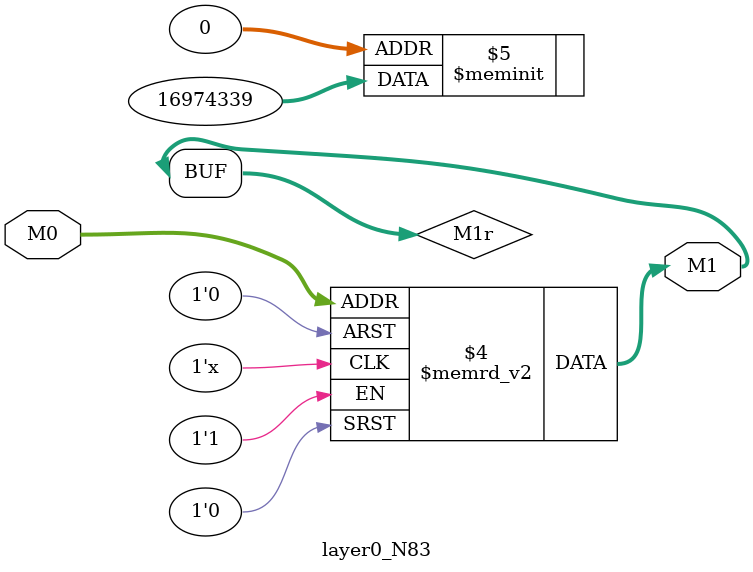
<source format=v>
module layer0_N83 ( input [3:0] M0, output [1:0] M1 );

	(*rom_style = "distributed" *) reg [1:0] M1r;
	assign M1 = M1r;
	always @ (M0) begin
		case (M0)
			4'b0000: M1r = 2'b11;
			4'b1000: M1r = 2'b11;
			4'b0100: M1r = 2'b10;
			4'b1100: M1r = 2'b01;
			4'b0010: M1r = 2'b00;
			4'b1010: M1r = 2'b00;
			4'b0110: M1r = 2'b00;
			4'b1110: M1r = 2'b00;
			4'b0001: M1r = 2'b00;
			4'b1001: M1r = 2'b00;
			4'b0101: M1r = 2'b00;
			4'b1101: M1r = 2'b00;
			4'b0011: M1r = 2'b00;
			4'b1011: M1r = 2'b00;
			4'b0111: M1r = 2'b00;
			4'b1111: M1r = 2'b00;

		endcase
	end
endmodule

</source>
